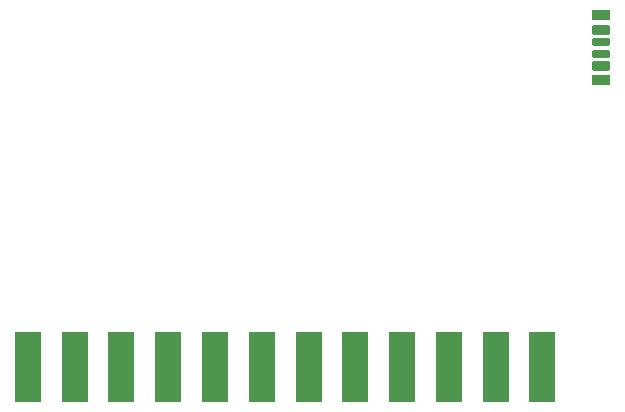
<source format=gbr>
%TF.GenerationSoftware,KiCad,Pcbnew,9.0.2-9.0.2-0~ubuntu24.10.1*%
%TF.CreationDate,2025-07-06T18:08:21+02:00*%
%TF.ProjectId,pet_joymate,7065745f-6a6f-4796-9d61-74652e6b6963,rev?*%
%TF.SameCoordinates,Original*%
%TF.FileFunction,Paste,Top*%
%TF.FilePolarity,Positive*%
%FSLAX46Y46*%
G04 Gerber Fmt 4.6, Leading zero omitted, Abs format (unit mm)*
G04 Created by KiCad (PCBNEW 9.0.2-9.0.2-0~ubuntu24.10.1) date 2025-07-06 18:08:21*
%MOMM*%
%LPD*%
G01*
G04 APERTURE LIST*
G04 Aperture macros list*
%AMRoundRect*
0 Rectangle with rounded corners*
0 $1 Rounding radius*
0 $2 $3 $4 $5 $6 $7 $8 $9 X,Y pos of 4 corners*
0 Add a 4 corners polygon primitive as box body*
4,1,4,$2,$3,$4,$5,$6,$7,$8,$9,$2,$3,0*
0 Add four circle primitives for the rounded corners*
1,1,$1+$1,$2,$3*
1,1,$1+$1,$4,$5*
1,1,$1+$1,$6,$7*
1,1,$1+$1,$8,$9*
0 Add four rect primitives between the rounded corners*
20,1,$1+$1,$2,$3,$4,$5,0*
20,1,$1+$1,$4,$5,$6,$7,0*
20,1,$1+$1,$6,$7,$8,$9,0*
20,1,$1+$1,$8,$9,$2,$3,0*%
G04 Aperture macros list end*
%ADD10RoundRect,0.175000X0.625000X-0.175000X0.625000X0.175000X-0.625000X0.175000X-0.625000X-0.175000X0*%
%ADD11RoundRect,0.200000X0.600000X-0.200000X0.600000X0.200000X-0.600000X0.200000X-0.600000X-0.200000X0*%
%ADD12RoundRect,0.225000X0.575000X-0.225000X0.575000X0.225000X-0.575000X0.225000X-0.575000X-0.225000X0*%
%ADD13R,2.200000X6.000000*%
G04 APERTURE END LIST*
D10*
%TO.C,J4*%
X128960000Y-105000000D03*
D11*
X128960000Y-102980000D03*
D12*
X128960000Y-101750000D03*
D10*
X128960000Y-104000000D03*
D11*
X128960000Y-106020000D03*
D12*
X128960000Y-107250000D03*
%TD*%
D13*
%TO.C,U3*%
X123985000Y-131500000D03*
X120025000Y-131500000D03*
X116065000Y-131500000D03*
X112105000Y-131500000D03*
X108145000Y-131500000D03*
X104185000Y-131500000D03*
X100225000Y-131500000D03*
X96265000Y-131500000D03*
X92305000Y-131500000D03*
X88345000Y-131500000D03*
X84385000Y-131500000D03*
X80425000Y-131500000D03*
%TD*%
M02*

</source>
